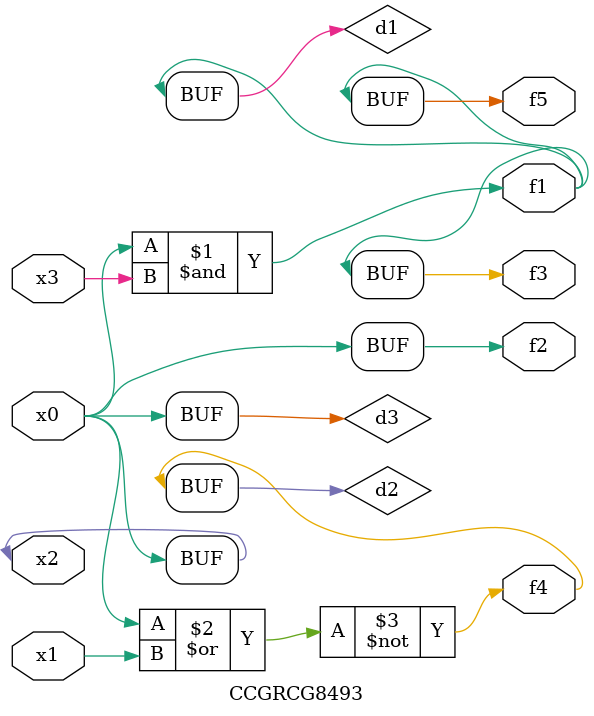
<source format=v>
module CCGRCG8493(
	input x0, x1, x2, x3,
	output f1, f2, f3, f4, f5
);

	wire d1, d2, d3;

	and (d1, x2, x3);
	nor (d2, x0, x1);
	buf (d3, x0, x2);
	assign f1 = d1;
	assign f2 = d3;
	assign f3 = d1;
	assign f4 = d2;
	assign f5 = d1;
endmodule

</source>
